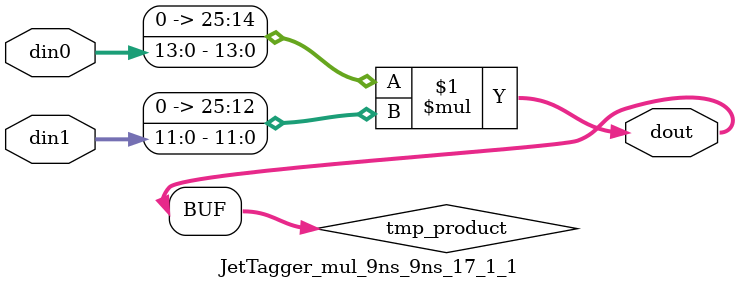
<source format=v>

`timescale 1 ns / 1 ps

  module JetTagger_mul_9ns_9ns_17_1_1(din0, din1, dout);
parameter ID = 1;
parameter NUM_STAGE = 0;
parameter din0_WIDTH = 14;
parameter din1_WIDTH = 12;
parameter dout_WIDTH = 26;

input [din0_WIDTH - 1 : 0] din0; 
input [din1_WIDTH - 1 : 0] din1; 
output [dout_WIDTH - 1 : 0] dout;

wire signed [dout_WIDTH - 1 : 0] tmp_product;










assign tmp_product = $signed({1'b0, din0}) * $signed({1'b0, din1});











assign dout = tmp_product;







endmodule

</source>
